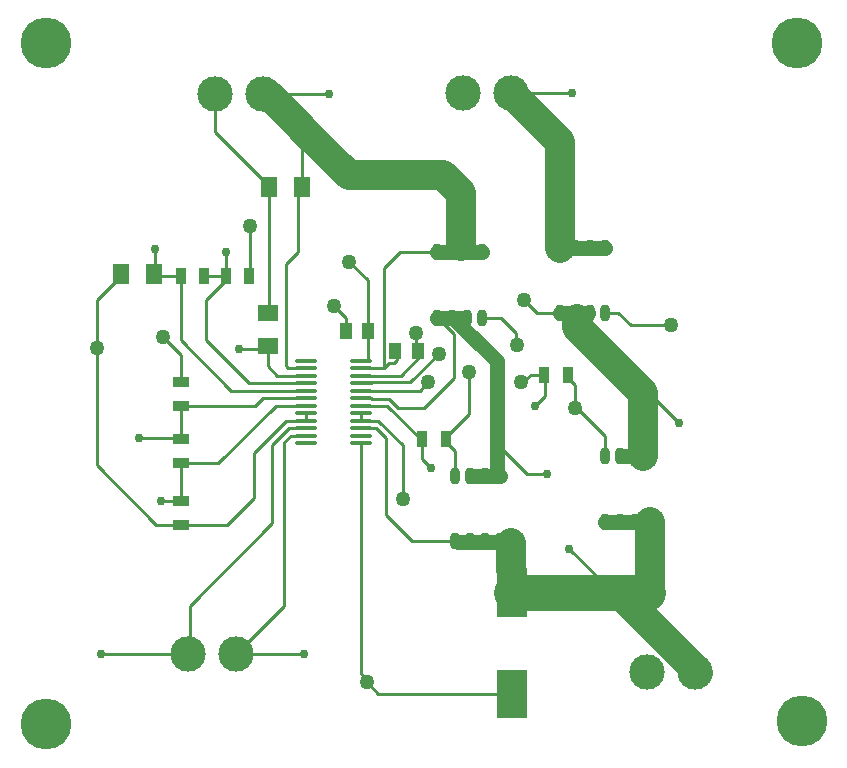
<source format=gtl>
G04*
G04 #@! TF.GenerationSoftware,Altium Limited,Altium Designer,22.1.2 (22)*
G04*
G04 Layer_Physical_Order=1*
G04 Layer_Color=255*
%FSLAX25Y25*%
%MOIN*%
G70*
G04*
G04 #@! TF.SameCoordinates,85E22B33-0606-49F9-AEB4-7B2C3894542D*
G04*
G04*
G04 #@! TF.FilePolarity,Positive*
G04*
G01*
G75*
%ADD10C,0.01000*%
%ADD17C,0.03000*%
%ADD18O,0.03347X0.05709*%
%ADD19R,0.03543X0.05315*%
%ADD20R,0.05315X0.03543*%
%ADD21R,0.09843X0.16339*%
%ADD22R,0.06890X0.05709*%
%ADD23O,0.07480X0.01378*%
%ADD24R,0.04134X0.05512*%
%ADD25R,0.05709X0.06890*%
%ADD38C,0.05000*%
%ADD39C,0.10000*%
%ADD40C,0.12000*%
%ADD41C,0.16929*%
%ADD42C,0.11811*%
%ADD43C,0.05000*%
D10*
X155000Y84241D02*
X155551Y84792D01*
X155000Y94500D02*
X165000Y84500D01*
X171500D01*
X105750Y155250D02*
X112000Y149000D01*
X100500Y140500D02*
X104520Y136480D01*
X203500Y104000D02*
X205000D01*
X203500Y111500D02*
X205500D01*
X215500Y101500D01*
X168425Y138075D02*
X176000D01*
X164000Y142500D02*
X168425Y138075D01*
X171000Y110500D02*
Y117500D01*
X163000Y115000D02*
X163657D01*
X166157Y117500D02*
X170626D01*
X163657Y115000D02*
X166157Y117500D01*
X179772Y115342D02*
X181063Y114051D01*
X178500Y116614D02*
X179772Y115342D01*
X178500Y116614D02*
Y117500D01*
X191000Y90425D02*
Y97000D01*
X181063Y106500D02*
Y114051D01*
X181500Y106500D02*
X191000Y97000D01*
X167500Y107000D02*
X171000Y110500D01*
X129250Y112250D02*
X132000Y115000D01*
X126061Y115061D02*
X135500Y124500D01*
X140500Y116500D02*
Y131075D01*
X130500Y106500D02*
X140500Y116500D01*
X136630Y134945D02*
X140500Y131075D01*
X161264Y127736D02*
Y131500D01*
Y127736D02*
X161500Y127500D01*
X156414Y136349D02*
X161264Y131500D01*
X150225Y136349D02*
X156414D01*
X150000Y136575D02*
X150225Y136349D01*
X138000Y96886D02*
X145500Y104386D01*
Y118500D01*
X135000Y136029D02*
Y136575D01*
X136084Y134945D02*
X136630D01*
X121828Y106500D02*
X130500D01*
X135000Y136029D02*
X136084Y134945D01*
X118889Y109439D02*
X121828Y106500D01*
X112905Y109750D02*
X113216Y109439D01*
X109752Y109750D02*
X112905D01*
X113216Y109439D02*
X118889D01*
X145000Y135500D02*
Y136575D01*
X109752Y112250D02*
X129250D01*
X112905Y114750D02*
X113216Y115061D01*
X126061D01*
X109752Y114750D02*
X112905D01*
X128000Y126000D02*
Y131500D01*
Y126000D02*
X128500Y125500D01*
X134000Y136575D02*
X135000D01*
X109752Y117250D02*
X122990D01*
X128611Y123285D02*
X130026D01*
X128570Y123244D02*
X128611Y123285D01*
X122990Y117250D02*
X129070Y123330D01*
X119000Y121500D02*
X120500D01*
X121520Y122520D01*
Y127000D01*
X155551Y84792D02*
Y86190D01*
X155000Y86741D02*
X155551Y86190D01*
X179000Y59500D02*
X191500Y47000D01*
Y44831D02*
Y47000D01*
X205169Y44831D02*
X206000Y45661D01*
X89512Y200012D02*
X90012Y199512D01*
Y180000D02*
Y199512D01*
X88500Y178488D02*
X90012Y180000D01*
X126675Y62075D02*
X141000D01*
X118000Y70750D02*
X126675Y62075D01*
X118000Y70750D02*
Y96500D01*
X123500Y76000D02*
Y94000D01*
X115250Y102250D02*
X123500Y94000D01*
X160000Y44831D02*
X162500Y47331D01*
X199500Y134000D02*
X213000D01*
X195425Y138075D02*
X199500Y134000D01*
X191000Y138075D02*
X195425D01*
X68000Y24500D02*
X90500D01*
X159500Y211500D02*
X180000D01*
X77000Y211000D02*
X99000D01*
X68000Y24500D02*
X84000Y40500D01*
X90250Y24250D02*
X90500Y24500D01*
X84000Y40500D02*
Y95000D01*
X72500Y150563D02*
Y167000D01*
X72437Y150500D02*
X72500Y150563D01*
X104520Y132000D02*
Y136480D01*
X79000Y138512D02*
Y180000D01*
X78988D02*
Y180591D01*
X61000Y198579D02*
X78988Y180591D01*
X61000Y198579D02*
Y211000D01*
X158680Y210680D02*
X159500Y211500D01*
X112000Y132000D02*
Y149000D01*
X84500Y120500D02*
Y154500D01*
X88500Y158500D02*
Y178488D01*
X84500Y154500D02*
X88500Y158500D01*
X49500Y114937D02*
Y124000D01*
X43500Y130000D02*
X49500Y124000D01*
X49563Y128937D02*
X66250Y112250D01*
X49563Y128937D02*
Y150500D01*
X66250Y112250D02*
X91248D01*
X64500Y150563D02*
X64563Y150500D01*
X64500Y150563D02*
Y158500D01*
X41000Y151488D02*
Y159500D01*
X40512Y151000D02*
X41000Y151488D01*
X117250Y153250D02*
X122500Y158500D01*
X117250Y119750D02*
Y153250D01*
Y119750D02*
X119000Y121500D01*
X138000Y95114D02*
Y96886D01*
X118250Y107250D02*
X129813Y95687D01*
X130126Y89374D02*
Y96000D01*
Y89374D02*
X133000Y86500D01*
X43000Y75500D02*
X49437D01*
X49500Y75437D01*
X21500Y87500D02*
Y126500D01*
Y87500D02*
X41437Y67563D01*
X49500D02*
X65063D01*
X41437D02*
X49500D01*
X35500Y96500D02*
X48937D01*
X49500Y95937D01*
X69000Y126000D02*
X77512D01*
X78500Y126988D01*
X58000Y129000D02*
Y142500D01*
X64563Y149063D01*
X58000Y129000D02*
X72250Y114750D01*
X64563Y149063D02*
Y150500D01*
X72250Y114750D02*
X91248D01*
X49500Y88063D02*
X62063D01*
X81250Y107250D01*
X84000Y95000D02*
X86250Y97250D01*
X52500Y24500D02*
Y40500D01*
X80000Y68000D02*
Y94000D01*
X52500Y40500D02*
X80000Y68000D01*
X23000Y24500D02*
X52500D01*
X86250Y97250D02*
X91248D01*
X80000Y94000D02*
X85750Y99750D01*
X91248D01*
X91176Y99678D02*
X91248Y99750D01*
X138000Y95114D02*
X141000Y92114D01*
Y83925D02*
Y92114D01*
X109752Y107250D02*
X118250D01*
X109752Y102250D02*
X115250D01*
X114750Y99750D02*
X118000Y96500D01*
X109752Y99750D02*
X114750D01*
X21500Y126500D02*
Y142421D01*
X109752Y119750D02*
X117250D01*
X78500Y138012D02*
X79000Y138512D01*
X29488Y150409D02*
Y151000D01*
X21500Y142421D02*
X29488Y150409D01*
X109752Y17830D02*
X111500Y16082D01*
X109752Y17830D02*
Y94750D01*
X111500Y15000D02*
Y16082D01*
X115331Y11169D02*
X160000D01*
X111500Y15000D02*
X115331Y11169D01*
X109752Y102250D02*
Y104750D01*
X74000Y76500D02*
Y91500D01*
X65063Y67563D02*
X74000Y76500D01*
Y91500D02*
X84750Y102250D01*
X91248D01*
Y104750D01*
X85250Y119750D02*
X91248D01*
X84500Y120500D02*
X85250Y119750D01*
X57437Y150500D02*
X63927D01*
X78500Y120500D02*
X81750Y117250D01*
X91248D01*
X78500Y120500D02*
Y126988D01*
X49500Y107063D02*
X74405D01*
X77092Y109750D01*
X81250Y107250D02*
X91248D01*
X41012Y150500D02*
X49563D01*
X40512Y151000D02*
X41012Y150500D01*
X77092Y109750D02*
X91248D01*
X176000Y159925D02*
X181000D01*
X49500Y75437D02*
Y88063D01*
Y95937D02*
Y107063D01*
X109752Y122250D02*
X111825D01*
X112000Y122425D02*
Y132000D01*
X111825Y122250D02*
X112000Y122425D01*
X122500Y158500D02*
X134925D01*
X135000Y158425D01*
D17*
X171500Y84500D02*
D03*
X99000Y211000D02*
D03*
X64500Y158500D02*
D03*
X179000Y59500D02*
D03*
X69000Y126000D02*
D03*
X167500Y107000D02*
D03*
X35500Y96500D02*
D03*
X23000Y24500D02*
D03*
X215500Y101500D02*
D03*
X41000Y159500D02*
D03*
X90500Y24500D02*
D03*
X43000Y75500D02*
D03*
X133000Y86500D02*
D03*
X180000Y211500D02*
D03*
D18*
X191000Y68575D02*
D03*
X196000D02*
D03*
X201000D02*
D03*
X206000D02*
D03*
X191000Y90425D02*
D03*
X196000D02*
D03*
X201000D02*
D03*
X206000D02*
D03*
X176000Y138075D02*
D03*
X181000D02*
D03*
X186000D02*
D03*
X191000D02*
D03*
X176000Y159925D02*
D03*
X181000D02*
D03*
X186000D02*
D03*
X191000D02*
D03*
X156000Y83925D02*
D03*
X151000D02*
D03*
X146000D02*
D03*
X141000D02*
D03*
X156000Y62075D02*
D03*
X151000D02*
D03*
X146000D02*
D03*
X141000D02*
D03*
X150000Y158425D02*
D03*
X145000D02*
D03*
X140000D02*
D03*
X135000D02*
D03*
X150000Y136575D02*
D03*
X145000D02*
D03*
X140000D02*
D03*
X135000D02*
D03*
D19*
X178500Y117500D02*
D03*
X170626D02*
D03*
X138000Y96000D02*
D03*
X130126D02*
D03*
X57437Y150500D02*
D03*
X49563D02*
D03*
X64563D02*
D03*
X72437D02*
D03*
D20*
X49500Y75437D02*
D03*
Y67563D02*
D03*
Y107063D02*
D03*
Y114937D02*
D03*
Y95937D02*
D03*
Y88063D02*
D03*
D21*
X160000Y11169D02*
D03*
Y44831D02*
D03*
D22*
X78500Y138012D02*
D03*
Y126988D02*
D03*
D23*
X91248Y122250D02*
D03*
Y119750D02*
D03*
Y117250D02*
D03*
Y114750D02*
D03*
Y112250D02*
D03*
Y109750D02*
D03*
Y107250D02*
D03*
Y104750D02*
D03*
Y102250D02*
D03*
Y99750D02*
D03*
Y97250D02*
D03*
Y94750D02*
D03*
X109752Y122250D02*
D03*
Y119750D02*
D03*
Y117250D02*
D03*
Y114750D02*
D03*
Y112250D02*
D03*
Y109750D02*
D03*
Y107250D02*
D03*
Y104750D02*
D03*
Y102250D02*
D03*
Y99750D02*
D03*
Y97250D02*
D03*
Y94750D02*
D03*
D24*
X121020Y125500D02*
D03*
X128500D02*
D03*
X112000Y132000D02*
D03*
X104520D02*
D03*
D25*
X40512Y151000D02*
D03*
X29488D02*
D03*
X90012Y180000D02*
D03*
X78988D02*
D03*
D38*
X140750Y136250D02*
X155000Y122000D01*
X151000Y61901D02*
X156000D01*
X146000D02*
X151000D01*
X142000D02*
X146000D01*
X155000Y94500D02*
Y122000D01*
Y86741D02*
Y94500D01*
X135000Y136575D02*
X140000D01*
X144000D01*
X203500Y90425D02*
X206000D01*
X201000D02*
X203500D01*
X181000Y138075D02*
X185173D01*
X176000D02*
X181000D01*
X135000Y158425D02*
X140000D01*
X197000Y90425D02*
X201000D01*
X151000Y83925D02*
X156000D01*
X147000D02*
X151000D01*
X201000Y68575D02*
X206000D01*
X196000D02*
X201000D01*
X191000D02*
X196000D01*
X186000Y159925D02*
X191000D01*
X181000D02*
X186000D01*
X145000Y158425D02*
X150000D01*
X140000D02*
X145000D01*
D39*
X195669Y44831D02*
X220094Y20405D01*
Y19896D02*
Y20405D01*
Y19896D02*
X221837Y18154D01*
X206000Y45661D02*
Y68575D01*
X176000Y159925D02*
Y195000D01*
X203500Y104000D02*
Y111500D01*
Y90425D02*
Y104000D01*
X137142Y184000D02*
X143000Y178142D01*
X90012Y199512D02*
X105524Y184000D01*
X143000Y160425D02*
Y178142D01*
X105524Y184000D02*
X137142D01*
X78870Y210653D02*
X89512Y200012D01*
X77346Y210653D02*
X78870D01*
X77000Y211000D02*
X77346Y210653D01*
X159500Y52599D02*
Y61500D01*
Y52599D02*
X160000Y52099D01*
Y44831D02*
Y52099D01*
X181500Y133500D02*
Y136000D01*
Y133500D02*
X203500Y111500D01*
X159500Y211500D02*
X176000Y195000D01*
D40*
X191500Y44831D02*
X205169D01*
X160000D02*
X191500D01*
D41*
X255000Y228000D02*
D03*
X4500D02*
D03*
Y1000D02*
D03*
X256500Y2000D02*
D03*
D42*
X221000Y18500D02*
D03*
X205000D02*
D03*
X159500Y211500D02*
D03*
X143500D02*
D03*
X77000Y211000D02*
D03*
X61000D02*
D03*
X52000Y24500D02*
D03*
X68000D02*
D03*
D43*
X100500Y140500D02*
D03*
X105500Y155000D02*
D03*
X164000Y142500D02*
D03*
X163000Y115000D02*
D03*
X132000D02*
D03*
X135500Y124500D02*
D03*
X161500Y127500D02*
D03*
X145500Y118500D02*
D03*
X128000Y131500D02*
D03*
X123500Y76000D02*
D03*
X213000Y134000D02*
D03*
X181063Y106500D02*
D03*
X72500Y167000D02*
D03*
X43500Y130000D02*
D03*
X111500Y15000D02*
D03*
X21500Y126500D02*
D03*
M02*

</source>
